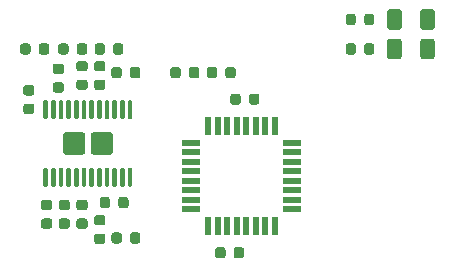
<source format=gbr>
%TF.GenerationSoftware,KiCad,Pcbnew,(5.1.6)-1*%
%TF.CreationDate,2020-11-02T22:50:54-07:00*%
%TF.ProjectId,single_driver,73696e67-6c65-45f6-9472-697665722e6b,rev?*%
%TF.SameCoordinates,Original*%
%TF.FileFunction,Paste,Top*%
%TF.FilePolarity,Positive*%
%FSLAX46Y46*%
G04 Gerber Fmt 4.6, Leading zero omitted, Abs format (unit mm)*
G04 Created by KiCad (PCBNEW (5.1.6)-1) date 2020-11-02 22:50:54*
%MOMM*%
%LPD*%
G01*
G04 APERTURE LIST*
%ADD10R,0.550000X1.600000*%
%ADD11R,1.600000X0.550000*%
G04 APERTURE END LIST*
%TO.C,U3*%
G36*
G01*
X151365001Y-105465000D02*
X149974999Y-105465000D01*
G75*
G02*
X149725000Y-105215001I0J249999D01*
G01*
X149725000Y-103784999D01*
G75*
G02*
X149974999Y-103535000I249999J0D01*
G01*
X151365001Y-103535000D01*
G75*
G02*
X151615000Y-103784999I0J-249999D01*
G01*
X151615000Y-105215001D01*
G75*
G02*
X151365001Y-105465000I-249999J0D01*
G01*
G37*
G36*
G01*
X149025001Y-105465000D02*
X147634999Y-105465000D01*
G75*
G02*
X147385000Y-105215001I0J249999D01*
G01*
X147385000Y-103784999D01*
G75*
G02*
X147634999Y-103535000I249999J0D01*
G01*
X149025001Y-103535000D01*
G75*
G02*
X149275000Y-103784999I0J-249999D01*
G01*
X149275000Y-105215001D01*
G75*
G02*
X149025001Y-105465000I-249999J0D01*
G01*
G37*
G36*
G01*
X146025000Y-102425000D02*
X145825000Y-102425000D01*
G75*
G02*
X145725000Y-102325000I0J100000D01*
G01*
X145725000Y-100950000D01*
G75*
G02*
X145825000Y-100850000I100000J0D01*
G01*
X146025000Y-100850000D01*
G75*
G02*
X146125000Y-100950000I0J-100000D01*
G01*
X146125000Y-102325000D01*
G75*
G02*
X146025000Y-102425000I-100000J0D01*
G01*
G37*
G36*
G01*
X146675000Y-102425000D02*
X146475000Y-102425000D01*
G75*
G02*
X146375000Y-102325000I0J100000D01*
G01*
X146375000Y-100950000D01*
G75*
G02*
X146475000Y-100850000I100000J0D01*
G01*
X146675000Y-100850000D01*
G75*
G02*
X146775000Y-100950000I0J-100000D01*
G01*
X146775000Y-102325000D01*
G75*
G02*
X146675000Y-102425000I-100000J0D01*
G01*
G37*
G36*
G01*
X147325000Y-102425000D02*
X147125000Y-102425000D01*
G75*
G02*
X147025000Y-102325000I0J100000D01*
G01*
X147025000Y-100950000D01*
G75*
G02*
X147125000Y-100850000I100000J0D01*
G01*
X147325000Y-100850000D01*
G75*
G02*
X147425000Y-100950000I0J-100000D01*
G01*
X147425000Y-102325000D01*
G75*
G02*
X147325000Y-102425000I-100000J0D01*
G01*
G37*
G36*
G01*
X147975000Y-102425000D02*
X147775000Y-102425000D01*
G75*
G02*
X147675000Y-102325000I0J100000D01*
G01*
X147675000Y-100950000D01*
G75*
G02*
X147775000Y-100850000I100000J0D01*
G01*
X147975000Y-100850000D01*
G75*
G02*
X148075000Y-100950000I0J-100000D01*
G01*
X148075000Y-102325000D01*
G75*
G02*
X147975000Y-102425000I-100000J0D01*
G01*
G37*
G36*
G01*
X148625000Y-102425000D02*
X148425000Y-102425000D01*
G75*
G02*
X148325000Y-102325000I0J100000D01*
G01*
X148325000Y-100950000D01*
G75*
G02*
X148425000Y-100850000I100000J0D01*
G01*
X148625000Y-100850000D01*
G75*
G02*
X148725000Y-100950000I0J-100000D01*
G01*
X148725000Y-102325000D01*
G75*
G02*
X148625000Y-102425000I-100000J0D01*
G01*
G37*
G36*
G01*
X149275000Y-102425000D02*
X149075000Y-102425000D01*
G75*
G02*
X148975000Y-102325000I0J100000D01*
G01*
X148975000Y-100950000D01*
G75*
G02*
X149075000Y-100850000I100000J0D01*
G01*
X149275000Y-100850000D01*
G75*
G02*
X149375000Y-100950000I0J-100000D01*
G01*
X149375000Y-102325000D01*
G75*
G02*
X149275000Y-102425000I-100000J0D01*
G01*
G37*
G36*
G01*
X149925000Y-102425000D02*
X149725000Y-102425000D01*
G75*
G02*
X149625000Y-102325000I0J100000D01*
G01*
X149625000Y-100950000D01*
G75*
G02*
X149725000Y-100850000I100000J0D01*
G01*
X149925000Y-100850000D01*
G75*
G02*
X150025000Y-100950000I0J-100000D01*
G01*
X150025000Y-102325000D01*
G75*
G02*
X149925000Y-102425000I-100000J0D01*
G01*
G37*
G36*
G01*
X150575000Y-102425000D02*
X150375000Y-102425000D01*
G75*
G02*
X150275000Y-102325000I0J100000D01*
G01*
X150275000Y-100950000D01*
G75*
G02*
X150375000Y-100850000I100000J0D01*
G01*
X150575000Y-100850000D01*
G75*
G02*
X150675000Y-100950000I0J-100000D01*
G01*
X150675000Y-102325000D01*
G75*
G02*
X150575000Y-102425000I-100000J0D01*
G01*
G37*
G36*
G01*
X151225000Y-102425000D02*
X151025000Y-102425000D01*
G75*
G02*
X150925000Y-102325000I0J100000D01*
G01*
X150925000Y-100950000D01*
G75*
G02*
X151025000Y-100850000I100000J0D01*
G01*
X151225000Y-100850000D01*
G75*
G02*
X151325000Y-100950000I0J-100000D01*
G01*
X151325000Y-102325000D01*
G75*
G02*
X151225000Y-102425000I-100000J0D01*
G01*
G37*
G36*
G01*
X151875000Y-102425000D02*
X151675000Y-102425000D01*
G75*
G02*
X151575000Y-102325000I0J100000D01*
G01*
X151575000Y-100950000D01*
G75*
G02*
X151675000Y-100850000I100000J0D01*
G01*
X151875000Y-100850000D01*
G75*
G02*
X151975000Y-100950000I0J-100000D01*
G01*
X151975000Y-102325000D01*
G75*
G02*
X151875000Y-102425000I-100000J0D01*
G01*
G37*
G36*
G01*
X152525000Y-102425000D02*
X152325000Y-102425000D01*
G75*
G02*
X152225000Y-102325000I0J100000D01*
G01*
X152225000Y-100950000D01*
G75*
G02*
X152325000Y-100850000I100000J0D01*
G01*
X152525000Y-100850000D01*
G75*
G02*
X152625000Y-100950000I0J-100000D01*
G01*
X152625000Y-102325000D01*
G75*
G02*
X152525000Y-102425000I-100000J0D01*
G01*
G37*
G36*
G01*
X153175000Y-102425000D02*
X152975000Y-102425000D01*
G75*
G02*
X152875000Y-102325000I0J100000D01*
G01*
X152875000Y-100950000D01*
G75*
G02*
X152975000Y-100850000I100000J0D01*
G01*
X153175000Y-100850000D01*
G75*
G02*
X153275000Y-100950000I0J-100000D01*
G01*
X153275000Y-102325000D01*
G75*
G02*
X153175000Y-102425000I-100000J0D01*
G01*
G37*
G36*
G01*
X153175000Y-108150000D02*
X152975000Y-108150000D01*
G75*
G02*
X152875000Y-108050000I0J100000D01*
G01*
X152875000Y-106675000D01*
G75*
G02*
X152975000Y-106575000I100000J0D01*
G01*
X153175000Y-106575000D01*
G75*
G02*
X153275000Y-106675000I0J-100000D01*
G01*
X153275000Y-108050000D01*
G75*
G02*
X153175000Y-108150000I-100000J0D01*
G01*
G37*
G36*
G01*
X152525000Y-108150000D02*
X152325000Y-108150000D01*
G75*
G02*
X152225000Y-108050000I0J100000D01*
G01*
X152225000Y-106675000D01*
G75*
G02*
X152325000Y-106575000I100000J0D01*
G01*
X152525000Y-106575000D01*
G75*
G02*
X152625000Y-106675000I0J-100000D01*
G01*
X152625000Y-108050000D01*
G75*
G02*
X152525000Y-108150000I-100000J0D01*
G01*
G37*
G36*
G01*
X151875000Y-108150000D02*
X151675000Y-108150000D01*
G75*
G02*
X151575000Y-108050000I0J100000D01*
G01*
X151575000Y-106675000D01*
G75*
G02*
X151675000Y-106575000I100000J0D01*
G01*
X151875000Y-106575000D01*
G75*
G02*
X151975000Y-106675000I0J-100000D01*
G01*
X151975000Y-108050000D01*
G75*
G02*
X151875000Y-108150000I-100000J0D01*
G01*
G37*
G36*
G01*
X151225000Y-108150000D02*
X151025000Y-108150000D01*
G75*
G02*
X150925000Y-108050000I0J100000D01*
G01*
X150925000Y-106675000D01*
G75*
G02*
X151025000Y-106575000I100000J0D01*
G01*
X151225000Y-106575000D01*
G75*
G02*
X151325000Y-106675000I0J-100000D01*
G01*
X151325000Y-108050000D01*
G75*
G02*
X151225000Y-108150000I-100000J0D01*
G01*
G37*
G36*
G01*
X150575000Y-108150000D02*
X150375000Y-108150000D01*
G75*
G02*
X150275000Y-108050000I0J100000D01*
G01*
X150275000Y-106675000D01*
G75*
G02*
X150375000Y-106575000I100000J0D01*
G01*
X150575000Y-106575000D01*
G75*
G02*
X150675000Y-106675000I0J-100000D01*
G01*
X150675000Y-108050000D01*
G75*
G02*
X150575000Y-108150000I-100000J0D01*
G01*
G37*
G36*
G01*
X149925000Y-108150000D02*
X149725000Y-108150000D01*
G75*
G02*
X149625000Y-108050000I0J100000D01*
G01*
X149625000Y-106675000D01*
G75*
G02*
X149725000Y-106575000I100000J0D01*
G01*
X149925000Y-106575000D01*
G75*
G02*
X150025000Y-106675000I0J-100000D01*
G01*
X150025000Y-108050000D01*
G75*
G02*
X149925000Y-108150000I-100000J0D01*
G01*
G37*
G36*
G01*
X149275000Y-108150000D02*
X149075000Y-108150000D01*
G75*
G02*
X148975000Y-108050000I0J100000D01*
G01*
X148975000Y-106675000D01*
G75*
G02*
X149075000Y-106575000I100000J0D01*
G01*
X149275000Y-106575000D01*
G75*
G02*
X149375000Y-106675000I0J-100000D01*
G01*
X149375000Y-108050000D01*
G75*
G02*
X149275000Y-108150000I-100000J0D01*
G01*
G37*
G36*
G01*
X148625000Y-108150000D02*
X148425000Y-108150000D01*
G75*
G02*
X148325000Y-108050000I0J100000D01*
G01*
X148325000Y-106675000D01*
G75*
G02*
X148425000Y-106575000I100000J0D01*
G01*
X148625000Y-106575000D01*
G75*
G02*
X148725000Y-106675000I0J-100000D01*
G01*
X148725000Y-108050000D01*
G75*
G02*
X148625000Y-108150000I-100000J0D01*
G01*
G37*
G36*
G01*
X147975000Y-108150000D02*
X147775000Y-108150000D01*
G75*
G02*
X147675000Y-108050000I0J100000D01*
G01*
X147675000Y-106675000D01*
G75*
G02*
X147775000Y-106575000I100000J0D01*
G01*
X147975000Y-106575000D01*
G75*
G02*
X148075000Y-106675000I0J-100000D01*
G01*
X148075000Y-108050000D01*
G75*
G02*
X147975000Y-108150000I-100000J0D01*
G01*
G37*
G36*
G01*
X147325000Y-108150000D02*
X147125000Y-108150000D01*
G75*
G02*
X147025000Y-108050000I0J100000D01*
G01*
X147025000Y-106675000D01*
G75*
G02*
X147125000Y-106575000I100000J0D01*
G01*
X147325000Y-106575000D01*
G75*
G02*
X147425000Y-106675000I0J-100000D01*
G01*
X147425000Y-108050000D01*
G75*
G02*
X147325000Y-108150000I-100000J0D01*
G01*
G37*
G36*
G01*
X146675000Y-108150000D02*
X146475000Y-108150000D01*
G75*
G02*
X146375000Y-108050000I0J100000D01*
G01*
X146375000Y-106675000D01*
G75*
G02*
X146475000Y-106575000I100000J0D01*
G01*
X146675000Y-106575000D01*
G75*
G02*
X146775000Y-106675000I0J-100000D01*
G01*
X146775000Y-108050000D01*
G75*
G02*
X146675000Y-108150000I-100000J0D01*
G01*
G37*
G36*
G01*
X146025000Y-108150000D02*
X145825000Y-108150000D01*
G75*
G02*
X145725000Y-108050000I0J100000D01*
G01*
X145725000Y-106675000D01*
G75*
G02*
X145825000Y-106575000I100000J0D01*
G01*
X146025000Y-106575000D01*
G75*
G02*
X146125000Y-106675000I0J-100000D01*
G01*
X146125000Y-108050000D01*
G75*
G02*
X146025000Y-108150000I-100000J0D01*
G01*
G37*
%TD*%
D10*
%TO.C,U1*%
X159700000Y-111500000D03*
X160500000Y-111500000D03*
X161300000Y-111500000D03*
X162100000Y-111500000D03*
X162900000Y-111500000D03*
X163700000Y-111500000D03*
X164500000Y-111500000D03*
X165300000Y-111500000D03*
D11*
X166750000Y-110050000D03*
X166750000Y-109250000D03*
X166750000Y-108450000D03*
X166750000Y-107650000D03*
X166750000Y-106850000D03*
X166750000Y-106050000D03*
X166750000Y-105250000D03*
X166750000Y-104450000D03*
D10*
X165300000Y-103000000D03*
X164500000Y-103000000D03*
X163700000Y-103000000D03*
X162900000Y-103000000D03*
X162100000Y-103000000D03*
X161300000Y-103000000D03*
X160500000Y-103000000D03*
X159700000Y-103000000D03*
D11*
X158250000Y-104450000D03*
X158250000Y-105250000D03*
X158250000Y-106050000D03*
X158250000Y-106850000D03*
X158250000Y-107650000D03*
X158250000Y-108450000D03*
X158250000Y-109250000D03*
X158250000Y-110050000D03*
%TD*%
%TO.C,R11*%
G36*
G01*
X148743750Y-110850000D02*
X149256250Y-110850000D01*
G75*
G02*
X149475000Y-111068750I0J-218750D01*
G01*
X149475000Y-111506250D01*
G75*
G02*
X149256250Y-111725000I-218750J0D01*
G01*
X148743750Y-111725000D01*
G75*
G02*
X148525000Y-111506250I0J218750D01*
G01*
X148525000Y-111068750D01*
G75*
G02*
X148743750Y-110850000I218750J0D01*
G01*
G37*
G36*
G01*
X148743750Y-109275000D02*
X149256250Y-109275000D01*
G75*
G02*
X149475000Y-109493750I0J-218750D01*
G01*
X149475000Y-109931250D01*
G75*
G02*
X149256250Y-110150000I-218750J0D01*
G01*
X148743750Y-110150000D01*
G75*
G02*
X148525000Y-109931250I0J218750D01*
G01*
X148525000Y-109493750D01*
G75*
G02*
X148743750Y-109275000I218750J0D01*
G01*
G37*
%TD*%
%TO.C,R10*%
G36*
G01*
X147243750Y-110850000D02*
X147756250Y-110850000D01*
G75*
G02*
X147975000Y-111068750I0J-218750D01*
G01*
X147975000Y-111506250D01*
G75*
G02*
X147756250Y-111725000I-218750J0D01*
G01*
X147243750Y-111725000D01*
G75*
G02*
X147025000Y-111506250I0J218750D01*
G01*
X147025000Y-111068750D01*
G75*
G02*
X147243750Y-110850000I218750J0D01*
G01*
G37*
G36*
G01*
X147243750Y-109275000D02*
X147756250Y-109275000D01*
G75*
G02*
X147975000Y-109493750I0J-218750D01*
G01*
X147975000Y-109931250D01*
G75*
G02*
X147756250Y-110150000I-218750J0D01*
G01*
X147243750Y-110150000D01*
G75*
G02*
X147025000Y-109931250I0J218750D01*
G01*
X147025000Y-109493750D01*
G75*
G02*
X147243750Y-109275000I218750J0D01*
G01*
G37*
%TD*%
%TO.C,R9*%
G36*
G01*
X145743750Y-110850000D02*
X146256250Y-110850000D01*
G75*
G02*
X146475000Y-111068750I0J-218750D01*
G01*
X146475000Y-111506250D01*
G75*
G02*
X146256250Y-111725000I-218750J0D01*
G01*
X145743750Y-111725000D01*
G75*
G02*
X145525000Y-111506250I0J218750D01*
G01*
X145525000Y-111068750D01*
G75*
G02*
X145743750Y-110850000I218750J0D01*
G01*
G37*
G36*
G01*
X145743750Y-109275000D02*
X146256250Y-109275000D01*
G75*
G02*
X146475000Y-109493750I0J-218750D01*
G01*
X146475000Y-109931250D01*
G75*
G02*
X146256250Y-110150000I-218750J0D01*
G01*
X145743750Y-110150000D01*
G75*
G02*
X145525000Y-109931250I0J218750D01*
G01*
X145525000Y-109493750D01*
G75*
G02*
X145743750Y-109275000I218750J0D01*
G01*
G37*
%TD*%
%TO.C,R8*%
G36*
G01*
X148743750Y-99100000D02*
X149256250Y-99100000D01*
G75*
G02*
X149475000Y-99318750I0J-218750D01*
G01*
X149475000Y-99756250D01*
G75*
G02*
X149256250Y-99975000I-218750J0D01*
G01*
X148743750Y-99975000D01*
G75*
G02*
X148525000Y-99756250I0J218750D01*
G01*
X148525000Y-99318750D01*
G75*
G02*
X148743750Y-99100000I218750J0D01*
G01*
G37*
G36*
G01*
X148743750Y-97525000D02*
X149256250Y-97525000D01*
G75*
G02*
X149475000Y-97743750I0J-218750D01*
G01*
X149475000Y-98181250D01*
G75*
G02*
X149256250Y-98400000I-218750J0D01*
G01*
X148743750Y-98400000D01*
G75*
G02*
X148525000Y-98181250I0J218750D01*
G01*
X148525000Y-97743750D01*
G75*
G02*
X148743750Y-97525000I218750J0D01*
G01*
G37*
%TD*%
%TO.C,R7*%
G36*
G01*
X144243750Y-101137500D02*
X144756250Y-101137500D01*
G75*
G02*
X144975000Y-101356250I0J-218750D01*
G01*
X144975000Y-101793750D01*
G75*
G02*
X144756250Y-102012500I-218750J0D01*
G01*
X144243750Y-102012500D01*
G75*
G02*
X144025000Y-101793750I0J218750D01*
G01*
X144025000Y-101356250D01*
G75*
G02*
X144243750Y-101137500I218750J0D01*
G01*
G37*
G36*
G01*
X144243750Y-99562500D02*
X144756250Y-99562500D01*
G75*
G02*
X144975000Y-99781250I0J-218750D01*
G01*
X144975000Y-100218750D01*
G75*
G02*
X144756250Y-100437500I-218750J0D01*
G01*
X144243750Y-100437500D01*
G75*
G02*
X144025000Y-100218750I0J218750D01*
G01*
X144025000Y-99781250D01*
G75*
G02*
X144243750Y-99562500I218750J0D01*
G01*
G37*
%TD*%
%TO.C,R6*%
G36*
G01*
X150756250Y-98400000D02*
X150243750Y-98400000D01*
G75*
G02*
X150025000Y-98181250I0J218750D01*
G01*
X150025000Y-97743750D01*
G75*
G02*
X150243750Y-97525000I218750J0D01*
G01*
X150756250Y-97525000D01*
G75*
G02*
X150975000Y-97743750I0J-218750D01*
G01*
X150975000Y-98181250D01*
G75*
G02*
X150756250Y-98400000I-218750J0D01*
G01*
G37*
G36*
G01*
X150756250Y-99975000D02*
X150243750Y-99975000D01*
G75*
G02*
X150025000Y-99756250I0J218750D01*
G01*
X150025000Y-99318750D01*
G75*
G02*
X150243750Y-99100000I218750J0D01*
G01*
X150756250Y-99100000D01*
G75*
G02*
X150975000Y-99318750I0J-218750D01*
G01*
X150975000Y-99756250D01*
G75*
G02*
X150756250Y-99975000I-218750J0D01*
G01*
G37*
%TD*%
%TO.C,R5*%
G36*
G01*
X150937500Y-96243750D02*
X150937500Y-96756250D01*
G75*
G02*
X150718750Y-96975000I-218750J0D01*
G01*
X150281250Y-96975000D01*
G75*
G02*
X150062500Y-96756250I0J218750D01*
G01*
X150062500Y-96243750D01*
G75*
G02*
X150281250Y-96025000I218750J0D01*
G01*
X150718750Y-96025000D01*
G75*
G02*
X150937500Y-96243750I0J-218750D01*
G01*
G37*
G36*
G01*
X152512500Y-96243750D02*
X152512500Y-96756250D01*
G75*
G02*
X152293750Y-96975000I-218750J0D01*
G01*
X151856250Y-96975000D01*
G75*
G02*
X151637500Y-96756250I0J218750D01*
G01*
X151637500Y-96243750D01*
G75*
G02*
X151856250Y-96025000I218750J0D01*
G01*
X152293750Y-96025000D01*
G75*
G02*
X152512500Y-96243750I0J-218750D01*
G01*
G37*
%TD*%
%TO.C,R4*%
G36*
G01*
X172187500Y-96243750D02*
X172187500Y-96756250D01*
G75*
G02*
X171968750Y-96975000I-218750J0D01*
G01*
X171531250Y-96975000D01*
G75*
G02*
X171312500Y-96756250I0J218750D01*
G01*
X171312500Y-96243750D01*
G75*
G02*
X171531250Y-96025000I218750J0D01*
G01*
X171968750Y-96025000D01*
G75*
G02*
X172187500Y-96243750I0J-218750D01*
G01*
G37*
G36*
G01*
X173762500Y-96243750D02*
X173762500Y-96756250D01*
G75*
G02*
X173543750Y-96975000I-218750J0D01*
G01*
X173106250Y-96975000D01*
G75*
G02*
X172887500Y-96756250I0J218750D01*
G01*
X172887500Y-96243750D01*
G75*
G02*
X173106250Y-96025000I218750J0D01*
G01*
X173543750Y-96025000D01*
G75*
G02*
X173762500Y-96243750I0J-218750D01*
G01*
G37*
%TD*%
%TO.C,R3*%
G36*
G01*
X145350000Y-96756250D02*
X145350000Y-96243750D01*
G75*
G02*
X145568750Y-96025000I218750J0D01*
G01*
X146006250Y-96025000D01*
G75*
G02*
X146225000Y-96243750I0J-218750D01*
G01*
X146225000Y-96756250D01*
G75*
G02*
X146006250Y-96975000I-218750J0D01*
G01*
X145568750Y-96975000D01*
G75*
G02*
X145350000Y-96756250I0J218750D01*
G01*
G37*
G36*
G01*
X143775000Y-96756250D02*
X143775000Y-96243750D01*
G75*
G02*
X143993750Y-96025000I218750J0D01*
G01*
X144431250Y-96025000D01*
G75*
G02*
X144650000Y-96243750I0J-218750D01*
G01*
X144650000Y-96756250D01*
G75*
G02*
X144431250Y-96975000I-218750J0D01*
G01*
X143993750Y-96975000D01*
G75*
G02*
X143775000Y-96756250I0J218750D01*
G01*
G37*
%TD*%
%TO.C,R2*%
G36*
G01*
X148562500Y-96756250D02*
X148562500Y-96243750D01*
G75*
G02*
X148781250Y-96025000I218750J0D01*
G01*
X149218750Y-96025000D01*
G75*
G02*
X149437500Y-96243750I0J-218750D01*
G01*
X149437500Y-96756250D01*
G75*
G02*
X149218750Y-96975000I-218750J0D01*
G01*
X148781250Y-96975000D01*
G75*
G02*
X148562500Y-96756250I0J218750D01*
G01*
G37*
G36*
G01*
X146987500Y-96756250D02*
X146987500Y-96243750D01*
G75*
G02*
X147206250Y-96025000I218750J0D01*
G01*
X147643750Y-96025000D01*
G75*
G02*
X147862500Y-96243750I0J-218750D01*
G01*
X147862500Y-96756250D01*
G75*
G02*
X147643750Y-96975000I-218750J0D01*
G01*
X147206250Y-96975000D01*
G75*
G02*
X146987500Y-96756250I0J218750D01*
G01*
G37*
%TD*%
%TO.C,R1*%
G36*
G01*
X172187500Y-93743750D02*
X172187500Y-94256250D01*
G75*
G02*
X171968750Y-94475000I-218750J0D01*
G01*
X171531250Y-94475000D01*
G75*
G02*
X171312500Y-94256250I0J218750D01*
G01*
X171312500Y-93743750D01*
G75*
G02*
X171531250Y-93525000I218750J0D01*
G01*
X171968750Y-93525000D01*
G75*
G02*
X172187500Y-93743750I0J-218750D01*
G01*
G37*
G36*
G01*
X173762500Y-93743750D02*
X173762500Y-94256250D01*
G75*
G02*
X173543750Y-94475000I-218750J0D01*
G01*
X173106250Y-94475000D01*
G75*
G02*
X172887500Y-94256250I0J218750D01*
G01*
X172887500Y-93743750D01*
G75*
G02*
X173106250Y-93525000I218750J0D01*
G01*
X173543750Y-93525000D01*
G75*
G02*
X173762500Y-93743750I0J-218750D01*
G01*
G37*
%TD*%
%TO.C,D2*%
G36*
G01*
X177625000Y-97125000D02*
X177625000Y-95875000D01*
G75*
G02*
X177875000Y-95625000I250000J0D01*
G01*
X178625000Y-95625000D01*
G75*
G02*
X178875000Y-95875000I0J-250000D01*
G01*
X178875000Y-97125000D01*
G75*
G02*
X178625000Y-97375000I-250000J0D01*
G01*
X177875000Y-97375000D01*
G75*
G02*
X177625000Y-97125000I0J250000D01*
G01*
G37*
G36*
G01*
X174825000Y-97125000D02*
X174825000Y-95875000D01*
G75*
G02*
X175075000Y-95625000I250000J0D01*
G01*
X175825000Y-95625000D01*
G75*
G02*
X176075000Y-95875000I0J-250000D01*
G01*
X176075000Y-97125000D01*
G75*
G02*
X175825000Y-97375000I-250000J0D01*
G01*
X175075000Y-97375000D01*
G75*
G02*
X174825000Y-97125000I0J250000D01*
G01*
G37*
%TD*%
%TO.C,D1*%
G36*
G01*
X177625000Y-94625000D02*
X177625000Y-93375000D01*
G75*
G02*
X177875000Y-93125000I250000J0D01*
G01*
X178625000Y-93125000D01*
G75*
G02*
X178875000Y-93375000I0J-250000D01*
G01*
X178875000Y-94625000D01*
G75*
G02*
X178625000Y-94875000I-250000J0D01*
G01*
X177875000Y-94875000D01*
G75*
G02*
X177625000Y-94625000I0J250000D01*
G01*
G37*
G36*
G01*
X174825000Y-94625000D02*
X174825000Y-93375000D01*
G75*
G02*
X175075000Y-93125000I250000J0D01*
G01*
X175825000Y-93125000D01*
G75*
G02*
X176075000Y-93375000I0J-250000D01*
G01*
X176075000Y-94625000D01*
G75*
G02*
X175825000Y-94875000I-250000J0D01*
G01*
X175075000Y-94875000D01*
G75*
G02*
X174825000Y-94625000I0J250000D01*
G01*
G37*
%TD*%
%TO.C,C9*%
G36*
G01*
X151362500Y-109243750D02*
X151362500Y-109756250D01*
G75*
G02*
X151143750Y-109975000I-218750J0D01*
G01*
X150706250Y-109975000D01*
G75*
G02*
X150487500Y-109756250I0J218750D01*
G01*
X150487500Y-109243750D01*
G75*
G02*
X150706250Y-109025000I218750J0D01*
G01*
X151143750Y-109025000D01*
G75*
G02*
X151362500Y-109243750I0J-218750D01*
G01*
G37*
G36*
G01*
X152937500Y-109243750D02*
X152937500Y-109756250D01*
G75*
G02*
X152718750Y-109975000I-218750J0D01*
G01*
X152281250Y-109975000D01*
G75*
G02*
X152062500Y-109756250I0J218750D01*
G01*
X152062500Y-109243750D01*
G75*
G02*
X152281250Y-109025000I218750J0D01*
G01*
X152718750Y-109025000D01*
G75*
G02*
X152937500Y-109243750I0J-218750D01*
G01*
G37*
%TD*%
%TO.C,C8*%
G36*
G01*
X150756250Y-111437500D02*
X150243750Y-111437500D01*
G75*
G02*
X150025000Y-111218750I0J218750D01*
G01*
X150025000Y-110781250D01*
G75*
G02*
X150243750Y-110562500I218750J0D01*
G01*
X150756250Y-110562500D01*
G75*
G02*
X150975000Y-110781250I0J-218750D01*
G01*
X150975000Y-111218750D01*
G75*
G02*
X150756250Y-111437500I-218750J0D01*
G01*
G37*
G36*
G01*
X150756250Y-113012500D02*
X150243750Y-113012500D01*
G75*
G02*
X150025000Y-112793750I0J218750D01*
G01*
X150025000Y-112356250D01*
G75*
G02*
X150243750Y-112137500I218750J0D01*
G01*
X150756250Y-112137500D01*
G75*
G02*
X150975000Y-112356250I0J-218750D01*
G01*
X150975000Y-112793750D01*
G75*
G02*
X150756250Y-113012500I-218750J0D01*
G01*
G37*
%TD*%
%TO.C,C7*%
G36*
G01*
X146743750Y-99312500D02*
X147256250Y-99312500D01*
G75*
G02*
X147475000Y-99531250I0J-218750D01*
G01*
X147475000Y-99968750D01*
G75*
G02*
X147256250Y-100187500I-218750J0D01*
G01*
X146743750Y-100187500D01*
G75*
G02*
X146525000Y-99968750I0J218750D01*
G01*
X146525000Y-99531250D01*
G75*
G02*
X146743750Y-99312500I218750J0D01*
G01*
G37*
G36*
G01*
X146743750Y-97737500D02*
X147256250Y-97737500D01*
G75*
G02*
X147475000Y-97956250I0J-218750D01*
G01*
X147475000Y-98393750D01*
G75*
G02*
X147256250Y-98612500I-218750J0D01*
G01*
X146743750Y-98612500D01*
G75*
G02*
X146525000Y-98393750I0J218750D01*
G01*
X146525000Y-97956250D01*
G75*
G02*
X146743750Y-97737500I218750J0D01*
G01*
G37*
%TD*%
%TO.C,C6*%
G36*
G01*
X152362500Y-98243750D02*
X152362500Y-98756250D01*
G75*
G02*
X152143750Y-98975000I-218750J0D01*
G01*
X151706250Y-98975000D01*
G75*
G02*
X151487500Y-98756250I0J218750D01*
G01*
X151487500Y-98243750D01*
G75*
G02*
X151706250Y-98025000I218750J0D01*
G01*
X152143750Y-98025000D01*
G75*
G02*
X152362500Y-98243750I0J-218750D01*
G01*
G37*
G36*
G01*
X153937500Y-98243750D02*
X153937500Y-98756250D01*
G75*
G02*
X153718750Y-98975000I-218750J0D01*
G01*
X153281250Y-98975000D01*
G75*
G02*
X153062500Y-98756250I0J218750D01*
G01*
X153062500Y-98243750D01*
G75*
G02*
X153281250Y-98025000I218750J0D01*
G01*
X153718750Y-98025000D01*
G75*
G02*
X153937500Y-98243750I0J-218750D01*
G01*
G37*
%TD*%
%TO.C,C5*%
G36*
G01*
X152362500Y-112243750D02*
X152362500Y-112756250D01*
G75*
G02*
X152143750Y-112975000I-218750J0D01*
G01*
X151706250Y-112975000D01*
G75*
G02*
X151487500Y-112756250I0J218750D01*
G01*
X151487500Y-112243750D01*
G75*
G02*
X151706250Y-112025000I218750J0D01*
G01*
X152143750Y-112025000D01*
G75*
G02*
X152362500Y-112243750I0J-218750D01*
G01*
G37*
G36*
G01*
X153937500Y-112243750D02*
X153937500Y-112756250D01*
G75*
G02*
X153718750Y-112975000I-218750J0D01*
G01*
X153281250Y-112975000D01*
G75*
G02*
X153062500Y-112756250I0J218750D01*
G01*
X153062500Y-112243750D01*
G75*
G02*
X153281250Y-112025000I218750J0D01*
G01*
X153718750Y-112025000D01*
G75*
G02*
X153937500Y-112243750I0J-218750D01*
G01*
G37*
%TD*%
%TO.C,C4*%
G36*
G01*
X160437500Y-98243750D02*
X160437500Y-98756250D01*
G75*
G02*
X160218750Y-98975000I-218750J0D01*
G01*
X159781250Y-98975000D01*
G75*
G02*
X159562500Y-98756250I0J218750D01*
G01*
X159562500Y-98243750D01*
G75*
G02*
X159781250Y-98025000I218750J0D01*
G01*
X160218750Y-98025000D01*
G75*
G02*
X160437500Y-98243750I0J-218750D01*
G01*
G37*
G36*
G01*
X162012500Y-98243750D02*
X162012500Y-98756250D01*
G75*
G02*
X161793750Y-98975000I-218750J0D01*
G01*
X161356250Y-98975000D01*
G75*
G02*
X161137500Y-98756250I0J218750D01*
G01*
X161137500Y-98243750D01*
G75*
G02*
X161356250Y-98025000I218750J0D01*
G01*
X161793750Y-98025000D01*
G75*
G02*
X162012500Y-98243750I0J-218750D01*
G01*
G37*
%TD*%
%TO.C,C3*%
G36*
G01*
X158062500Y-98756250D02*
X158062500Y-98243750D01*
G75*
G02*
X158281250Y-98025000I218750J0D01*
G01*
X158718750Y-98025000D01*
G75*
G02*
X158937500Y-98243750I0J-218750D01*
G01*
X158937500Y-98756250D01*
G75*
G02*
X158718750Y-98975000I-218750J0D01*
G01*
X158281250Y-98975000D01*
G75*
G02*
X158062500Y-98756250I0J218750D01*
G01*
G37*
G36*
G01*
X156487500Y-98756250D02*
X156487500Y-98243750D01*
G75*
G02*
X156706250Y-98025000I218750J0D01*
G01*
X157143750Y-98025000D01*
G75*
G02*
X157362500Y-98243750I0J-218750D01*
G01*
X157362500Y-98756250D01*
G75*
G02*
X157143750Y-98975000I-218750J0D01*
G01*
X156706250Y-98975000D01*
G75*
G02*
X156487500Y-98756250I0J218750D01*
G01*
G37*
%TD*%
%TO.C,C2*%
G36*
G01*
X164012500Y-100493750D02*
X164012500Y-101006250D01*
G75*
G02*
X163793750Y-101225000I-218750J0D01*
G01*
X163356250Y-101225000D01*
G75*
G02*
X163137500Y-101006250I0J218750D01*
G01*
X163137500Y-100493750D01*
G75*
G02*
X163356250Y-100275000I218750J0D01*
G01*
X163793750Y-100275000D01*
G75*
G02*
X164012500Y-100493750I0J-218750D01*
G01*
G37*
G36*
G01*
X162437500Y-100493750D02*
X162437500Y-101006250D01*
G75*
G02*
X162218750Y-101225000I-218750J0D01*
G01*
X161781250Y-101225000D01*
G75*
G02*
X161562500Y-101006250I0J218750D01*
G01*
X161562500Y-100493750D01*
G75*
G02*
X161781250Y-100275000I218750J0D01*
G01*
X162218750Y-100275000D01*
G75*
G02*
X162437500Y-100493750I0J-218750D01*
G01*
G37*
%TD*%
%TO.C,C1*%
G36*
G01*
X162725000Y-113493750D02*
X162725000Y-114006250D01*
G75*
G02*
X162506250Y-114225000I-218750J0D01*
G01*
X162068750Y-114225000D01*
G75*
G02*
X161850000Y-114006250I0J218750D01*
G01*
X161850000Y-113493750D01*
G75*
G02*
X162068750Y-113275000I218750J0D01*
G01*
X162506250Y-113275000D01*
G75*
G02*
X162725000Y-113493750I0J-218750D01*
G01*
G37*
G36*
G01*
X161150000Y-113493750D02*
X161150000Y-114006250D01*
G75*
G02*
X160931250Y-114225000I-218750J0D01*
G01*
X160493750Y-114225000D01*
G75*
G02*
X160275000Y-114006250I0J218750D01*
G01*
X160275000Y-113493750D01*
G75*
G02*
X160493750Y-113275000I218750J0D01*
G01*
X160931250Y-113275000D01*
G75*
G02*
X161150000Y-113493750I0J-218750D01*
G01*
G37*
%TD*%
M02*

</source>
